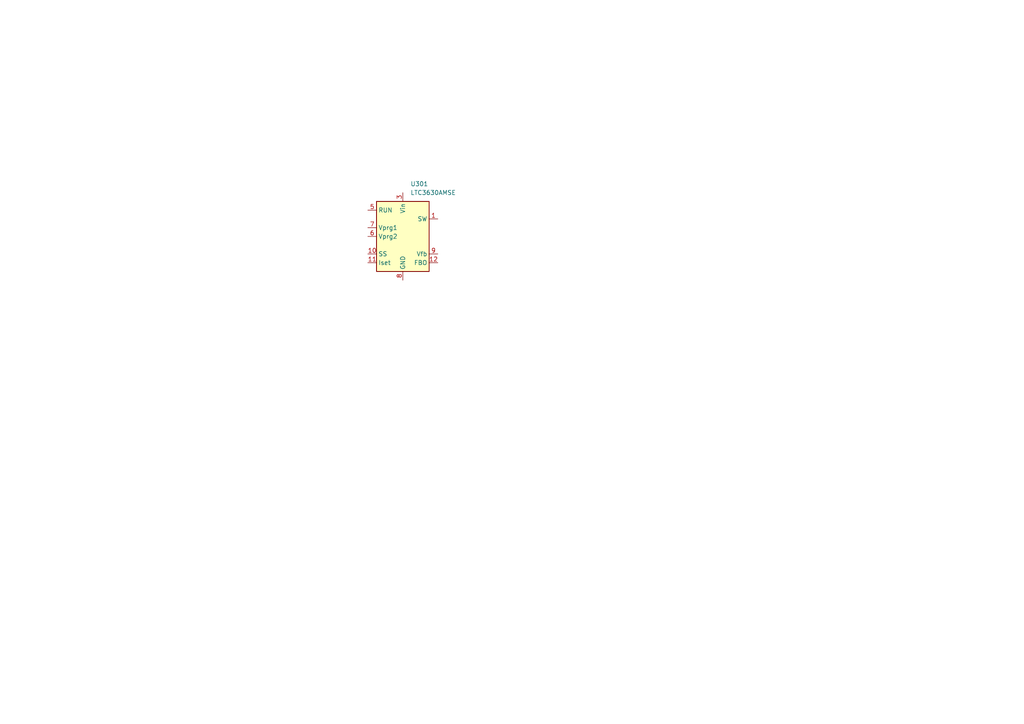
<source format=kicad_sch>
(kicad_sch (version 20231120) (generator "eeschema") (generator_version "8.0")
  (paper "A4")
  (title_block (title "Template Project") (date "2024-08-05") (rev "1") (company "Scott CJX"))
  (lib_symbols
    (symbol "Regulator_Switching:LTC3630AMSE"
      (property "Reference" "U" (at -7.874 11.43 0))
      (property "Value" "LTC3630AMSE" (at 1.016 11.43 0))
      (symbol "LTC3630AMSE_0_1"
        (rectangle (start -7.62 10.16) (end 7.62 -10.16) (stroke (width 0.254)) (fill (type background)))
      )
      (symbol "LTC3630AMSE_1_1"
        (pin passive line (at 10.16 5.08 180) (length 2.54) (name "SW") (number "1"))
        (pin passive line (at -10.16 -5.08 0) (length 2.54) (name "SS") (number "10"))
        (pin passive line (at -10.16 -7.62 0) (length 2.54) (name "Iset") (number "11"))
        (pin output line (at 10.16 -7.62 180) (length 2.54) (name "FBO") (number "12"))
        (pin passive line (at 0 -12.7 90) (length 2.54) hide (name "GND") (number "14"))
        (pin passive line (at 0 -12.7 90) (length 2.54) hide (name "GND") (number "16"))
        (pin passive line (at 0 -12.7 90) (length 2.54) hide (name "GND") (number "17"))
        (pin power_in line (at 0 12.7 270) (length 2.54) (name "Vin") (number "3"))
        (pin input line (at -10.16 7.62 0) (length 2.54) (name "RUN") (number "5"))
        (pin input line (at -10.16 0 0) (length 2.54) (name "Vprg2") (number "6"))
        (pin input line (at -10.16 2.54 0) (length 2.54) (name "Vprg1") (number "7"))
        (pin power_in line (at 0 -12.7 90) (length 2.54) (name "GND") (number "8"))
        (pin input line (at 10.16 -5.08 180) (length 2.54) (name "Vfb") (number "9"))
      )
    )
  )
  (symbol (lib_id "Regulator_Switching:LTC3630AMSE") (at 116.84 68.58 0) (unit 1)
    (property "Reference" "U301" (at 119.0341 53.34 0) (effects (justify left)))
    (property "Value" "LTC3630AMSE" (at 119.0341 55.88 0) (effects (justify left)))
    (property "Footprint" "Package_SO:Linear_MSOP-12-16-1EP_3x4mm_P0.5mm" (effects (hide yes)))
    (property "Datasheet" "https://www.analog.com/media/en/technical-documentation/data-sheets/3630afc.pdf" (effects (hide yes)))
    (property "Description" "High efficiency 76V 500mA synchronous step-down converter, MSOP-16(12)" (effects (hide yes)))
  )
)
</source>
